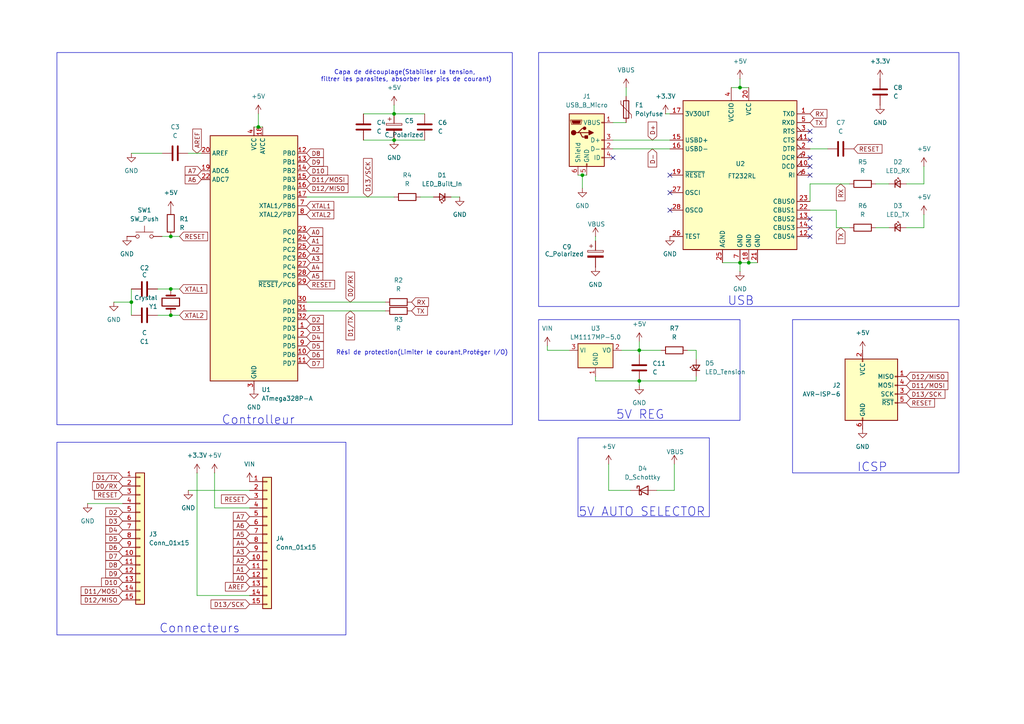
<source format=kicad_sch>
(kicad_sch (version 20231120) (generator "eeschema") (generator_version "8.0")
  (paper "A4")
  (lib_symbols
    (symbol "Connector:AVR-ISP-6" (pin_names (offset 1.016))
      (property "Reference" "J" (at -6.35 11.43 0))
      (property "Value" "AVR-ISP-6" (at 0 11.43 0))
      (symbol "AVR-ISP-6_0_1"
        (rectangle (start -2.667 -6.858) (end -2.413 -7.62))
        (rectangle (start -2.667 10.16) (end -2.413 9.398))
        (rectangle (start 7.62 -2.413) (end 6.858 -2.667))
        (rectangle (start 7.62 0.127) (end 6.858 -0.127))
        (rectangle (start 7.62 2.667) (end 6.858 2.413))
        (rectangle (start 7.62 5.207) (end 6.858 4.953))
        (rectangle (start 7.62 10.16) (end -7.62 -7.62) (stroke (width 0.254)) (fill (type background)))
      )
      (symbol "AVR-ISP-6_1_1"
        (pin passive line (at 10.16 5.08 180) (length 2.54) (name "MISO") (number "1"))
        (pin passive line (at -2.54 12.7 270) (length 2.54) (name "VCC") (number "2"))
        (pin passive line (at 10.16 0 180) (length 2.54) (name "SCK") (number "3"))
        (pin passive line (at 10.16 2.54 180) (length 2.54) (name "MOSI") (number "4"))
        (pin passive line (at 10.16 -2.54 180) (length 2.54) (name "~{RST}") (number "5"))
        (pin passive line (at -2.54 -10.16 90) (length 2.54) (name "GND") (number "6"))
      )
    )
    (symbol "Connector:USB_B_Micro" (pin_names (offset 1.016))
      (property "Reference" "J" (at -5.08 11.43 0))
      (property "Value" "USB_B_Micro" (at -5.08 8.89 0))
      (symbol "USB_B_Micro_0_1"
        (rectangle (start -5.08 -7.62) (end 5.08 7.62) (stroke (width 0.254)) (fill (type background)))
        (circle (center -3.81 2.159) (radius 0.635) (stroke (width 0.254)) (fill (type outline)))
        (circle (center -0.635 3.429) (radius 0.381) (stroke (width 0.254)) (fill (type outline)))
        (rectangle (start -0.127 -7.62) (end 0.127 -6.858))
        (polyline (pts (xy -1.905 2.159) (xy 0.635 2.159)) (stroke (width 0.254)))
        (polyline (pts (xy -3.175 2.159) (xy -2.54 2.159) (xy -1.27 3.429) (xy -0.635 3.429)) (stroke (width 0.254)))
        (polyline (pts (xy -2.54 2.159) (xy -1.905 2.159) (xy -1.27 0.889) (xy 0 0.889)) (stroke (width 0.254)))
        (polyline (pts (xy 0.635 2.794) (xy 0.635 1.524) (xy 1.905 2.159) (xy 0.635 2.794)) (stroke (width 0.254)) (fill (type outline)))
        (polyline (pts (xy -4.318 5.588) (xy -1.778 5.588) (xy -2.032 4.826) (xy -4.064 4.826) (xy -4.318 5.588)) (fill (type outline)))
        (polyline (pts (xy -4.699 5.842) (xy -4.699 5.588) (xy -4.445 4.826) (xy -4.445 4.572) (xy -1.651 4.572) (xy -1.651 4.826) (xy -1.397 5.588) (xy -1.397 5.842) (xy -4.699 5.842)))
        (rectangle (start 0.254 1.27) (end -0.508 0.508) (stroke (width 0.254)) (fill (type outline)))
        (rectangle (start 5.08 -5.207) (end 4.318 -4.953))
        (rectangle (start 5.08 -2.667) (end 4.318 -2.413))
        (rectangle (start 5.08 -0.127) (end 4.318 0.127))
        (rectangle (start 5.08 4.953) (end 4.318 5.207))
      )
      (symbol "USB_B_Micro_1_1"
        (pin power_out line (at 7.62 5.08 180) (length 2.54) (name "VBUS") (number "1"))
        (pin bidirectional line (at 7.62 -2.54 180) (length 2.54) (name "D-") (number "2"))
        (pin bidirectional line (at 7.62 0 180) (length 2.54) (name "D+") (number "3"))
        (pin passive line (at 7.62 -5.08 180) (length 2.54) (name "ID") (number "4"))
        (pin power_out line (at 0 -10.16 90) (length 2.54) (name "GND") (number "5"))
        (pin passive line (at -2.54 -10.16 90) (length 2.54) (name "Shield") (number "6"))
      )
    )
    (symbol "Connector_Generic:Conn_01x15" (pin_names (offset 1.016) hide)
      (property "Reference" "J" (at 0 20.32 0))
      (property "Value" "Conn_01x15" (at 0 -20.32 0))
      (symbol "Conn_01x15_1_1"
        (rectangle (start -1.27 -17.653) (end 0 -17.907) (stroke (width 0.1524)))
        (rectangle (start -1.27 -15.113) (end 0 -15.367) (stroke (width 0.1524)))
        (rectangle (start -1.27 -12.573) (end 0 -12.827) (stroke (width 0.1524)))
        (rectangle (start -1.27 -10.033) (end 0 -10.287) (stroke (width 0.1524)))
        (rectangle (start -1.27 -7.493) (end 0 -7.747) (stroke (width 0.1524)))
        (rectangle (start -1.27 -4.953) (end 0 -5.207) (stroke (width 0.1524)))
        (rectangle (start -1.27 -2.413) (end 0 -2.667) (stroke (width 0.1524)))
        (rectangle (start -1.27 0.127) (end 0 -0.127) (stroke (width 0.1524)))
        (rectangle (start -1.27 2.667) (end 0 2.413) (stroke (width 0.1524)))
        (rectangle (start -1.27 5.207) (end 0 4.953) (stroke (width 0.1524)))
        (rectangle (start -1.27 7.747) (end 0 7.493) (stroke (width 0.1524)))
        (rectangle (start -1.27 10.287) (end 0 10.033) (stroke (width 0.1524)))
        (rectangle (start -1.27 12.827) (end 0 12.573) (stroke (width 0.1524)))
        (rectangle (start -1.27 15.367) (end 0 15.113) (stroke (width 0.1524)))
        (rectangle (start -1.27 17.907) (end 0 17.653) (stroke (width 0.1524)))
        (rectangle (start -1.27 19.05) (end 1.27 -19.05) (stroke (width 0.254)) (fill (type background)))
        (pin passive line (at -5.08 17.78 0) (length 3.81) (name "Pin_1") (number "1"))
        (pin passive line (at -5.08 -5.08 0) (length 3.81) (name "Pin_10") (number "10"))
        (pin passive line (at -5.08 -7.62 0) (length 3.81) (name "Pin_11") (number "11"))
        (pin passive line (at -5.08 -10.16 0) (length 3.81) (name "Pin_12") (number "12"))
        (pin passive line (at -5.08 -12.7 0) (length 3.81) (name "Pin_13") (number "13"))
        (pin passive line (at -5.08 -15.24 0) (length 3.81) (name "Pin_14") (number "14"))
        (pin passive line (at -5.08 -17.78 0) (length 3.81) (name "Pin_15") (number "15"))
        (pin passive line (at -5.08 15.24 0) (length 3.81) (name "Pin_2") (number "2"))
        (pin passive line (at -5.08 12.7 0) (length 3.81) (name "Pin_3") (number "3"))
        (pin passive line (at -5.08 10.16 0) (length 3.81) (name "Pin_4") (number "4"))
        (pin passive line (at -5.08 7.62 0) (length 3.81) (name "Pin_5") (number "5"))
        (pin passive line (at -5.08 5.08 0) (length 3.81) (name "Pin_6") (number "6"))
        (pin passive line (at -5.08 2.54 0) (length 3.81) (name "Pin_7") (number "7"))
        (pin passive line (at -5.08 0 0) (length 3.81) (name "Pin_8") (number "8"))
        (pin passive line (at -5.08 -2.54 0) (length 3.81) (name "Pin_9") (number "9"))
      )
    )
    (symbol "Device:C" (pin_numbers hide) (pin_names (offset 0.254))
      (property "Reference" "C" (at 0.635 2.54 0))
      (property "Value" "C" (at 0.635 -2.54 0))
      (symbol "C_0_1"
        (polyline (pts (xy -2.032 -0.762) (xy 2.032 -0.762)) (stroke (width 0.508)))
        (polyline (pts (xy -2.032 0.762) (xy 2.032 0.762)) (stroke (width 0.508)))
      )
      (symbol "C_1_1"
        (pin passive line (at 0 3.81 270) (length 2.794) (name "~") (number "1"))
        (pin passive line (at 0 -3.81 90) (length 2.794) (name "~") (number "2"))
      )
    )
    (symbol "Device:C_Polarized" (pin_numbers hide) (pin_names (offset 0.254))
      (property "Reference" "C" (at 0.635 2.54 0))
      (property "Value" "C_Polarized" (at 0.635 -2.54 0))
      (symbol "C_Polarized_0_1"
        (rectangle (start -2.286 0.508) (end 2.286 1.016))
        (polyline (pts (xy -1.778 2.286) (xy -0.762 2.286)))
        (polyline (pts (xy -1.27 2.794) (xy -1.27 1.778)))
        (rectangle (start 2.286 -0.508) (end -2.286 -1.016) (fill (type outline)))
      )
      (symbol "C_Polarized_1_1"
        (pin passive line (at 0 3.81 270) (length 2.794) (name "~") (number "1"))
        (pin passive line (at 0 -3.81 90) (length 2.794) (name "~") (number "2"))
      )
    )
    (symbol "Device:Crystal" (pin_numbers hide) (pin_names (offset 1.016) hide)
      (property "Reference" "Y" (at 0 3.81 0))
      (property "Value" "Crystal" (at 0 -3.81 0))
      (symbol "Crystal_0_1"
        (rectangle (start -1.143 2.54) (end 1.143 -2.54) (stroke (width 0.3048)))
        (polyline (pts (xy -2.54 0) (xy -1.905 0)))
        (polyline (pts (xy -1.905 -1.27) (xy -1.905 1.27)) (stroke (width 0.508)))
        (polyline (pts (xy 1.905 -1.27) (xy 1.905 1.27)) (stroke (width 0.508)))
        (polyline (pts (xy 2.54 0) (xy 1.905 0)))
      )
      (symbol "Crystal_1_1"
        (pin passive line (at -3.81 0 0) (length 1.27) (name "1") (number "1"))
        (pin passive line (at 3.81 0 180) (length 1.27) (name "2") (number "2"))
      )
    )
    (symbol "Device:D_Schottky" (pin_numbers hide) (pin_names (offset 1.016) hide)
      (property "Reference" "D" (at 0 2.54 0))
      (property "Value" "D_Schottky" (at 0 -2.54 0))
      (symbol "D_Schottky_0_1"
        (polyline (pts (xy 1.27 0) (xy -1.27 0)))
        (polyline (pts (xy 1.27 1.27) (xy 1.27 -1.27) (xy -1.27 0) (xy 1.27 1.27)) (stroke (width 0.254)))
        (polyline (pts (xy -1.905 0.635) (xy -1.905 1.27) (xy -1.27 1.27) (xy -1.27 -1.27) (xy -0.635 -1.27) (xy -0.635 -0.635)) (stroke (width 0.254)))
      )
      (symbol "D_Schottky_1_1"
        (pin passive line (at -3.81 0 0) (length 2.54) (name "K") (number "1"))
        (pin passive line (at 3.81 0 180) (length 2.54) (name "A") (number "2"))
      )
    )
    (symbol "Device:LED_Small" (pin_numbers hide) (pin_names (offset 0.254) hide)
      (property "Reference" "D" (at -1.27 3.175 0))
      (property "Value" "LED_Small" (at -4.445 -2.54 0))
      (symbol "LED_Small_0_1"
        (polyline (pts (xy -0.762 -1.016) (xy -0.762 1.016)) (stroke (width 0.254)))
        (polyline (pts (xy 1.016 0) (xy -0.762 0)))
        (polyline (pts (xy 0.762 -1.016) (xy -0.762 0) (xy 0.762 1.016) (xy 0.762 -1.016)) (stroke (width 0.254)))
        (polyline (pts (xy 0 0.762) (xy -0.508 1.27) (xy -0.254 1.27) (xy -0.508 1.27) (xy -0.508 1.016)))
        (polyline (pts (xy 0.508 1.27) (xy 0 1.778) (xy 0.254 1.778) (xy 0 1.778) (xy 0 1.524)))
      )
      (symbol "LED_Small_1_1"
        (pin passive line (at -2.54 0 0) (length 1.778) (name "K") (number "1"))
        (pin passive line (at 2.54 0 180) (length 1.778) (name "A") (number "2"))
      )
    )
    (symbol "Device:Polyfuse" (pin_numbers hide) (pin_names (offset 0))
      (property "Reference" "F" (at -2.54 0 90))
      (property "Value" "Polyfuse" (at 2.54 0 90))
      (symbol "Polyfuse_0_1"
        (rectangle (start -0.762 2.54) (end 0.762 -2.54) (stroke (width 0.254)))
        (polyline (pts (xy 0 2.54) (xy 0 -2.54)))
        (polyline (pts (xy -1.524 2.54) (xy -1.524 1.524) (xy 1.524 -1.524) (xy 1.524 -2.54)))
      )
      (symbol "Polyfuse_1_1"
        (pin passive line (at 0 3.81 270) (length 1.27) (name "~") (number "1"))
        (pin passive line (at 0 -3.81 90) (length 1.27) (name "~") (number "2"))
      )
    )
    (symbol "Device:R" (pin_numbers hide) (pin_names (offset 0))
      (property "Reference" "R" (at 2.032 0 90))
      (property "Value" "R" (at 0 0 90))
      (symbol "R_0_1"
        (rectangle (start -1.016 -2.54) (end 1.016 2.54) (stroke (width 0.254)))
      )
      (symbol "R_1_1"
        (pin passive line (at 0 3.81 270) (length 1.27) (name "~") (number "1"))
        (pin passive line (at 0 -3.81 90) (length 1.27) (name "~") (number "2"))
      )
    )
    (symbol "Interface_USB:FT232RL"
      (property "Reference" "U" (at -16.51 22.86 0))
      (property "Value" "FT232RL" (at 10.16 22.86 0))
      (symbol "FT232RL_0_1"
        (rectangle (start -16.51 21.59) (end 16.51 -21.59) (stroke (width 0.254)) (fill (type background)))
      )
      (symbol "FT232RL_1_1"
        (pin output line (at 20.32 17.78 180) (length 3.81) (name "TXD") (number "1"))
        (pin input input_low (at 20.32 2.54 180) (length 3.81) (name "DCD") (number "10"))
        (pin input input_low (at 20.32 10.16 180) (length 3.81) (name "CTS") (number "11"))
        (pin bidirectional line (at 20.32 -17.78 180) (length 3.81) (name "CBUS4") (number "12"))
        (pin bidirectional line (at 20.32 -12.7 180) (length 3.81) (name "CBUS2") (number "13"))
        (pin bidirectional line (at 20.32 -15.24 180) (length 3.81) (name "CBUS3") (number "14"))
        (pin bidirectional line (at -20.32 10.16 0) (length 3.81) (name "USBD+") (number "15"))
        (pin bidirectional line (at -20.32 7.62 0) (length 3.81) (name "USBD-") (number "16"))
        (pin power_out line (at -20.32 17.78 0) (length 3.81) (name "3V3OUT") (number "17"))
        (pin power_in line (at 2.54 -25.4 90) (length 3.81) (name "GND") (number "18"))
        (pin input line (at -20.32 0 0) (length 3.81) (name "~{RESET}") (number "19"))
        (pin output output_low (at 20.32 7.62 180) (length 3.81) (name "DTR") (number "2"))
        (pin power_in line (at 2.54 25.4 270) (length 3.81) (name "VCC") (number "20"))
        (pin power_in line (at 5.08 -25.4 90) (length 3.81) (name "GND") (number "21"))
        (pin bidirectional line (at 20.32 -10.16 180) (length 3.81) (name "CBUS1") (number "22"))
        (pin bidirectional line (at 20.32 -7.62 180) (length 3.81) (name "CBUS0") (number "23"))
        (pin power_in line (at -5.08 -25.4 90) (length 3.81) (name "AGND") (number "25"))
        (pin input line (at -20.32 -17.78 0) (length 3.81) (name "TEST") (number "26"))
        (pin input line (at -20.32 -5.08 0) (length 3.81) (name "OSCI") (number "27"))
        (pin output line (at -20.32 -10.16 0) (length 3.81) (name "OSCO") (number "28"))
        (pin output output_low (at 20.32 12.7 180) (length 3.81) (name "RTS") (number "3"))
        (pin power_in line (at -2.54 25.4 270) (length 3.81) (name "VCCIO") (number "4"))
        (pin input line (at 20.32 15.24 180) (length 3.81) (name "RXD") (number "5"))
        (pin input input_low (at 20.32 0 180) (length 3.81) (name "RI") (number "6"))
        (pin power_in line (at 0 -25.4 90) (length 3.81) (name "GND") (number "7"))
        (pin input input_low (at 20.32 5.08 180) (length 3.81) (name "DCR") (number "9"))
      )
    )
    (symbol "MCU_Microchip_ATmega:ATmega328P-A"
      (property "Reference" "U" (at -12.7 36.83 0))
      (property "Value" "ATmega328P-A" (at 2.54 -36.83 0))
      (symbol "ATmega328P-A_0_1"
        (rectangle (start -12.7 -35.56) (end 12.7 35.56) (stroke (width 0.254)) (fill (type background)))
      )
      (symbol "ATmega328P-A_1_1"
        (pin bidirectional line (at 15.24 -20.32 180) (length 2.54) (name "PD3") (number "1"))
        (pin bidirectional line (at 15.24 -27.94 180) (length 2.54) (name "PD6") (number "10"))
        (pin bidirectional line (at 15.24 -30.48 180) (length 2.54) (name "PD7") (number "11"))
        (pin bidirectional line (at 15.24 30.48 180) (length 2.54) (name "PB0") (number "12"))
        (pin bidirectional line (at 15.24 27.94 180) (length 2.54) (name "PB1") (number "13"))
        (pin bidirectional line (at 15.24 25.4 180) (length 2.54) (name "PB2") (number "14"))
        (pin bidirectional line (at 15.24 22.86 180) (length 2.54) (name "PB3") (number "15"))
        (pin bidirectional line (at 15.24 20.32 180) (length 2.54) (name "PB4") (number "16"))
        (pin bidirectional line (at 15.24 17.78 180) (length 2.54) (name "PB5") (number "17"))
        (pin power_in line (at 2.54 38.1 270) (length 2.54) (name "AVCC") (number "18"))
        (pin input line (at -15.24 25.4 0) (length 2.54) (name "ADC6") (number "19"))
        (pin bidirectional line (at 15.24 -22.86 180) (length 2.54) (name "PD4") (number "2"))
        (pin passive line (at -15.24 30.48 0) (length 2.54) (name "AREF") (number "20"))
        (pin passive line (at 0 -38.1 90) (length 2.54) hide (name "GND") (number "21"))
        (pin input line (at -15.24 22.86 0) (length 2.54) (name "ADC7") (number "22"))
        (pin bidirectional line (at 15.24 7.62 180) (length 2.54) (name "PC0") (number "23"))
        (pin bidirectional line (at 15.24 5.08 180) (length 2.54) (name "PC1") (number "24"))
        (pin bidirectional line (at 15.24 2.54 180) (length 2.54) (name "PC2") (number "25"))
        (pin bidirectional line (at 15.24 0 180) (length 2.54) (name "PC3") (number "26"))
        (pin bidirectional line (at 15.24 -2.54 180) (length 2.54) (name "PC4") (number "27"))
        (pin bidirectional line (at 15.24 -5.08 180) (length 2.54) (name "PC5") (number "28"))
        (pin bidirectional line (at 15.24 -7.62 180) (length 2.54) (name "~{RESET}/PC6") (number "29"))
        (pin power_in line (at 0 -38.1 90) (length 2.54) (name "GND") (number "3"))
        (pin bidirectional line (at 15.24 -12.7 180) (length 2.54) (name "PD0") (number "30"))
        (pin bidirectional line (at 15.24 -15.24 180) (length 2.54) (name "PD1") (number "31"))
        (pin bidirectional line (at 15.24 -17.78 180) (length 2.54) (name "PD2") (number "32"))
        (pin power_in line (at 0 38.1 270) (length 2.54) (name "VCC") (number "4"))
        (pin passive line (at 0 -38.1 90) (length 2.54) hide (name "GND") (number "5"))
        (pin passive line (at 0 38.1 270) (length 2.54) hide (name "VCC") (number "6"))
        (pin bidirectional line (at 15.24 15.24 180) (length 2.54) (name "XTAL1/PB6") (number "7"))
        (pin bidirectional line (at 15.24 12.7 180) (length 2.54) (name "XTAL2/PB7") (number "8"))
        (pin bidirectional line (at 15.24 -25.4 180) (length 2.54) (name "PD5") (number "9"))
      )
    )
    (symbol "Regulator_Linear:LM1117MP-5.0"
      (property "Reference" "U" (at -3.81 3.175 0))
      (property "Value" "LM1117MP-5.0" (at 0 3.175 0))
      (symbol "LM1117MP-5.0_0_1"
        (rectangle (start -5.08 -5.08) (end 5.08 1.905) (stroke (width 0.254)) (fill (type background)))
      )
      (symbol "LM1117MP-5.0_1_1"
        (pin power_in line (at 0 -7.62 90) (length 2.54) (name "GND") (number "1"))
        (pin power_out line (at 7.62 0 180) (length 2.54) (name "VO") (number "2"))
        (pin power_in line (at -7.62 0 0) (length 2.54) (name "VI") (number "3"))
      )
    )
    (symbol "Switch:SW_Push" (pin_numbers hide) (pin_names (offset 1.016) hide)
      (property "Reference" "SW" (at 1.27 2.54 0))
      (property "Value" "SW_Push" (at 0 -1.524 0))
      (symbol "SW_Push_0_1"
        (circle (center -2.032 0) (radius 0.508))
        (polyline (pts (xy 0 1.27) (xy 0 3.048)))
        (polyline (pts (xy 2.54 1.27) (xy -2.54 1.27)))
        (circle (center 2.032 0) (radius 0.508))
        (pin passive line (at -5.08 0 0) (length 2.54) (name "1") (number "1"))
        (pin passive line (at 5.08 0 180) (length 2.54) (name "2") (number "2"))
      )
    )
    (symbol "power:+3.3V" (power) (pin_numbers hide) (pin_names (offset 0) hide)
      (property "Value" "+3.3V" (at 0 3.556 0))
      (symbol "+3.3V_0_1"
        (polyline (pts (xy -0.762 1.27) (xy 0 2.54)))
        (polyline (pts (xy 0 0) (xy 0 2.54)))
        (polyline (pts (xy 0 2.54) (xy 0.762 1.27)))
      )
      (symbol "+3.3V_1_1"
        (pin power_in line (at 0 0 90) (length 0) (name "~") (number "1"))
      )
    )
    (symbol "power:+5V" (power) (pin_numbers hide) (pin_names (offset 0) hide)
      (property "Value" "+5V" (at 0 3.556 0))
      (symbol "+5V_0_1"
        (polyline (pts (xy -0.762 1.27) (xy 0 2.54)))
        (polyline (pts (xy 0 0) (xy 0 2.54)))
        (polyline (pts (xy 0 2.54) (xy 0.762 1.27)))
      )
      (symbol "+5V_1_1"
        (pin power_in line (at 0 0 90) (length 0) (name "~") (number "1"))
      )
    )
    (symbol "power:GND" (power) (pin_numbers hide) (pin_names (offset 0) hide)
      (property "Value" "GND" (at 0 -3.81 0))
      (symbol "GND_0_1"
        (polyline (pts (xy 0 0) (xy 0 -1.27) (xy 1.27 -1.27) (xy 0 -2.54) (xy -1.27 -1.27) (xy 0 -1.27)))
      )
      (symbol "GND_1_1"
        (pin power_in line (at 0 0 270) (length 0) (name "~") (number "1"))
      )
    )
    (symbol "power:VBUS" (power) (pin_numbers hide) (pin_names (offset 0) hide)
      (property "Value" "VBUS" (at 0 3.556 0))
      (symbol "VBUS_0_1"
        (polyline (pts (xy -0.762 1.27) (xy 0 2.54)))
        (polyline (pts (xy 0 0) (xy 0 2.54)))
        (polyline (pts (xy 0 2.54) (xy 0.762 1.27)))
      )
      (symbol "VBUS_1_1"
        (pin power_in line (at 0 0 90) (length 0) (name "~") (number "1"))
      )
    )
  )
  (junction (at 38.1 87.63))
  (junction (at 185.42 110.49))
  (junction (at 214.63 76.2))
  (junction (at 214.63 25.4))
  (junction (at 114.3 33.02))
  (junction (at 217.17 76.2))
  (junction (at 49.53 91.44))
  (junction (at 185.42 101.6))
  (junction (at 168.91 50.8))
  (junction (at 114.3 40.64))
  (junction (at 74.93 36.83))
  (junction (at 49.53 83.82))
  (junction (at 49.53 68.58))
  (no_connect (at 234.95 50.8))
  (no_connect (at 234.95 68.58))
  (no_connect (at 194.31 50.8))
  (no_connect (at 177.8 45.72))
  (no_connect (at 194.31 55.88))
  (no_connect (at 234.95 63.5))
  (no_connect (at 234.95 45.72))
  (no_connect (at 194.31 60.96))
  (no_connect (at 234.95 38.1))
  (no_connect (at 234.95 40.64))
  (no_connect (at 234.95 66.04))
  (no_connect (at 234.95 48.26))
  (wire (pts (xy 114.3 40.64) (xy 123.19 40.64)))
  (wire (pts (xy 254 53.34) (xy 257.81 53.34)))
  (wire (pts (xy 267.97 48.26) (xy 267.97 53.34)))
  (wire (pts (xy 114.3 33.02) (xy 123.19 33.02)))
  (wire (pts (xy 242.57 66.04) (xy 242.57 60.96)))
  (wire (pts (xy 165.1 101.6) (xy 158.75 101.6)))
  (wire (pts (xy 242.57 66.04) (xy 246.38 66.04)))
  (wire (pts (xy 199.39 101.6) (xy 201.93 101.6)))
  (wire (pts (xy 168.91 50.8) (xy 168.91 54.61)))
  (wire (pts (xy 234.95 43.18) (xy 240.03 43.18)))
  (wire (pts (xy 214.63 76.2) (xy 214.63 78.74)))
  (wire (pts (xy 130.81 57.15) (xy 133.35 57.15)))
  (wire (pts (xy 185.42 102.87) (xy 185.42 101.6)))
  (wire (pts (xy 180.34 101.6) (xy 185.42 101.6)))
  (wire (pts (xy 73.66 36.83) (xy 74.93 36.83)))
  (wire (pts (xy 234.95 53.34) (xy 246.38 53.34)))
  (wire (pts (xy 209.55 76.2) (xy 214.63 76.2)))
  (wire (pts (xy 242.57 60.96) (xy 234.95 60.96)))
  (wire (pts (xy 49.53 83.82) (xy 52.07 83.82)))
  (wire (pts (xy 193.04 33.02) (xy 194.31 33.02)))
  (wire (pts (xy 176.53 134.62) (xy 176.53 142.24)))
  (wire (pts (xy 88.9 57.15) (xy 114.3 57.15)))
  (wire (pts (xy 167.64 50.8) (xy 168.91 50.8)))
  (wire (pts (xy 177.8 43.18) (xy 194.31 43.18)))
  (wire (pts (xy 168.91 50.8) (xy 170.18 50.8)))
  (wire (pts (xy 38.1 87.63) (xy 38.1 83.82)))
  (wire (pts (xy 172.72 110.49) (xy 185.42 110.49)))
  (wire (pts (xy 45.72 83.82) (xy 49.53 83.82)))
  (wire (pts (xy 121.92 57.15) (xy 125.73 57.15)))
  (wire (pts (xy 88.9 90.17) (xy 111.76 90.17)))
  (wire (pts (xy 57.15 172.72) (xy 72.39 172.72)))
  (wire (pts (xy 45.72 91.44) (xy 49.53 91.44)))
  (wire (pts (xy 201.93 109.22) (xy 201.93 110.49)))
  (wire (pts (xy 185.42 111.76) (xy 185.42 110.49)))
  (wire (pts (xy 217.17 76.2) (xy 219.71 76.2)))
  (wire (pts (xy 54.61 44.45) (xy 58.42 44.45)))
  (wire (pts (xy 38.1 91.44) (xy 38.1 87.63)))
  (wire (pts (xy 49.53 68.58) (xy 46.99 68.58)))
  (wire (pts (xy 234.95 53.34) (xy 234.95 58.42)))
  (wire (pts (xy 74.93 33.02) (xy 74.93 36.83)))
  (wire (pts (xy 74.93 36.83) (xy 76.2 36.83)))
  (wire (pts (xy 254 66.04) (xy 257.81 66.04)))
  (wire (pts (xy 177.8 40.64) (xy 194.31 40.64)))
  (wire (pts (xy 105.41 33.02) (xy 114.3 33.02)))
  (wire (pts (xy 214.63 76.2) (xy 217.17 76.2)))
  (wire (pts (xy 185.42 101.6) (xy 191.77 101.6)))
  (wire (pts (xy 214.63 25.4) (xy 217.17 25.4)))
  (wire (pts (xy 212.09 25.4) (xy 214.63 25.4)))
  (wire (pts (xy 262.89 66.04) (xy 267.97 66.04)))
  (wire (pts (xy 62.23 137.16) (xy 62.23 147.32)))
  (wire (pts (xy 176.53 142.24) (xy 182.88 142.24)))
  (wire (pts (xy 190.5 142.24) (xy 195.58 142.24)))
  (wire (pts (xy 105.41 40.64) (xy 114.3 40.64)))
  (wire (pts (xy 185.42 110.49) (xy 201.93 110.49)))
  (wire (pts (xy 177.8 35.56) (xy 181.61 35.56)))
  (wire (pts (xy 172.72 109.22) (xy 172.72 110.49)))
  (wire (pts (xy 201.93 101.6) (xy 201.93 104.14)))
  (wire (pts (xy 38.1 87.63) (xy 33.02 87.63)))
  (wire (pts (xy 88.9 87.63) (xy 111.76 87.63)))
  (wire (pts (xy 25.4 146.05) (xy 35.56 146.05)))
  (wire (pts (xy 267.97 62.23) (xy 267.97 66.04)))
  (wire (pts (xy 214.63 22.86) (xy 214.63 25.4)))
  (wire (pts (xy 114.3 30.48) (xy 114.3 33.02)))
  (wire (pts (xy 158.75 101.6) (xy 158.75 100.33)))
  (wire (pts (xy 172.72 68.58) (xy 172.72 69.85)))
  (wire (pts (xy 262.89 53.34) (xy 267.97 53.34)))
  (wire (pts (xy 54.61 142.24) (xy 72.39 142.24)))
  (wire (pts (xy 52.07 68.58) (xy 49.53 68.58)))
  (wire (pts (xy 195.58 142.24) (xy 195.58 134.62)))
  (wire (pts (xy 185.42 101.6) (xy 185.42 99.06)))
  (wire (pts (xy 181.61 25.4) (xy 181.61 27.94)))
  (wire (pts (xy 62.23 147.32) (xy 72.39 147.32)))
  (wire (pts (xy 49.53 91.44) (xy 52.07 91.44)))
  (wire (pts (xy 38.1 44.45) (xy 46.99 44.45)))
  (wire (pts (xy 57.15 137.16) (xy 57.15 172.72)))
  (rectangle (start 167.64 127) (end 205.74 149.86))
  (rectangle (start 156.21 15.24) (end 278.13 88.9))
  (rectangle (start 16.51 15.24) (end 148.59 123.19))
  (rectangle (start 229.87 92.71) (end 278.13 137.16))
  (rectangle (start 156.21 92.71) (end 214.63 121.92))
  (rectangle (start 16.51 128.27) (end 100.33 184.15))
  (text "Capa de découplage(Stabiliser la tension, \nfiltrer les parasites, absorber les pics de courant)" (at 117.856 22.098 0) (effects (font (size 1.27 1.27))))
  (text "ICSP" (at 252.984 135.636 0) (effects (font (size 2.54 2.54))))
  (text "5V AUTO SELECTOR" (at 186.182 148.59 0) (effects (font (size 2.54 2.54))))
  (text "Connecteurs" (at 57.912 182.372 0) (effects (font (size 2.54 2.54))))
  (text "Rési de protection(Limiter le courant,Protéger I/O)" (at 122.428 102.362 0) (effects (font (size 1.27 1.27))))
  (text "5V REG" (at 185.674 120.396 0) (effects (font (size 2.54 2.54))))
  (text "Controlleur" (at 74.93 121.92 0) (effects (font (size 2.54 2.54))))
  (text "USB" (at 214.884 87.376 0) (effects (font (size 2.54 2.54))))
  (global_label "D4" (shape input) (at 35.56 153.67 180) (property "Intersheetrefs" "${INTERSHEET_REFS}" (effects (hide yes))))
  (global_label "D7" (shape input) (at 88.9 105.41 0) (property "Intersheetrefs" "${INTERSHEET_REFS}" (effects (hide yes))))
  (global_label "TX" (shape input) (at 243.84 66.04 270) (property "Intersheetrefs" "${INTERSHEET_REFS}" (effects (hide yes))))
  (global_label "RESET" (shape input) (at 72.39 144.78 180) (property "Intersheetrefs" "${INTERSHEET_REFS}" (effects (hide yes))))
  (global_label "AREF" (shape input) (at 57.15 44.45 90) (property "Intersheetrefs" "${INTERSHEET_REFS}" (effects (hide yes))))
  (global_label "A7" (shape input) (at 58.42 49.53 180) (property "Intersheetrefs" "${INTERSHEET_REFS}" (effects (hide yes))))
  (global_label "D10" (shape input) (at 35.56 168.91 180) (property "Intersheetrefs" "${INTERSHEET_REFS}" (effects (hide yes))))
  (global_label "XTAL1" (shape input) (at 88.9 59.69 0) (property "Intersheetrefs" "${INTERSHEET_REFS}" (effects (hide yes))))
  (global_label "RESET" (shape input) (at 262.89 116.84 0) (property "Intersheetrefs" "${INTERSHEET_REFS}" (effects (hide yes))))
  (global_label "D5" (shape input) (at 88.9 100.33 0) (property "Intersheetrefs" "${INTERSHEET_REFS}" (effects (hide yes))))
  (global_label "A7" (shape input) (at 72.39 149.86 180) (property "Intersheetrefs" "${INTERSHEET_REFS}" (effects (hide yes))))
  (global_label "D11{slash}MOSI" (shape input) (at 262.89 111.76 0) (property "Intersheetrefs" "${INTERSHEET_REFS}" (effects (hide yes))))
  (global_label "D10" (shape input) (at 88.9 49.53 0) (property "Intersheetrefs" "${INTERSHEET_REFS}" (effects (hide yes))))
  (global_label "D2" (shape input) (at 35.56 148.59 180) (property "Intersheetrefs" "${INTERSHEET_REFS}" (effects (hide yes))))
  (global_label "A4" (shape input) (at 72.39 157.48 180) (property "Intersheetrefs" "${INTERSHEET_REFS}" (effects (hide yes))))
  (global_label "D8" (shape input) (at 88.9 44.45 0) (property "Intersheetrefs" "${INTERSHEET_REFS}" (effects (hide yes))))
  (global_label "A6" (shape input) (at 72.39 152.4 180) (property "Intersheetrefs" "${INTERSHEET_REFS}" (effects (hide yes))))
  (global_label "RX" (shape input) (at 243.84 53.34 270) (property "Intersheetrefs" "${INTERSHEET_REFS}" (effects (hide yes))))
  (global_label "XTAL2" (shape input) (at 52.07 91.44 0) (property "Intersheetrefs" "${INTERSHEET_REFS}" (effects (hide yes))))
  (global_label "D4" (shape input) (at 88.9 97.79 0) (property "Intersheetrefs" "${INTERSHEET_REFS}" (effects (hide yes))))
  (global_label "D+" (shape input) (at 189.23 40.64 90) (property "Intersheetrefs" "${INTERSHEET_REFS}" (effects (hide yes))))
  (global_label "A0" (shape input) (at 88.9 67.31 0) (property "Intersheetrefs" "${INTERSHEET_REFS}" (effects (hide yes))))
  (global_label "D11{slash}MOSI" (shape input) (at 88.9 52.07 0) (property "Intersheetrefs" "${INTERSHEET_REFS}" (effects (hide yes))))
  (global_label "D9" (shape input) (at 88.9 46.99 0) (property "Intersheetrefs" "${INTERSHEET_REFS}" (effects (hide yes))))
  (global_label "XTAL2" (shape input) (at 88.9 62.23 0) (property "Intersheetrefs" "${INTERSHEET_REFS}" (effects (hide yes))))
  (global_label "RESET" (shape input) (at 88.9 82.55 0) (property "Intersheetrefs" "${INTERSHEET_REFS}" (effects (hide yes))))
  (global_label "A3" (shape input) (at 72.39 160.02 180) (property "Intersheetrefs" "${INTERSHEET_REFS}" (effects (hide yes))))
  (global_label "RESET" (shape input) (at 35.56 143.51 180) (property "Intersheetrefs" "${INTERSHEET_REFS}" (effects (hide yes))))
  (global_label "D5" (shape input) (at 35.56 156.21 180) (property "Intersheetrefs" "${INTERSHEET_REFS}" (effects (hide yes))))
  (global_label "D1{slash}TX" (shape input) (at 35.56 138.43 180) (property "Intersheetrefs" "${INTERSHEET_REFS}" (effects (hide yes))))
  (global_label "D13{slash}SCK" (shape input) (at 106.68 57.15 90) (property "Intersheetrefs" "${INTERSHEET_REFS}" (effects (hide yes))))
  (global_label "TX" (shape input) (at 234.95 35.56 0) (property "Intersheetrefs" "${INTERSHEET_REFS}" (effects (hide yes))))
  (global_label "A1" (shape input) (at 88.9 69.85 0) (property "Intersheetrefs" "${INTERSHEET_REFS}" (effects (hide yes))))
  (global_label "A0" (shape input) (at 72.39 167.64 180) (property "Intersheetrefs" "${INTERSHEET_REFS}" (effects (hide yes))))
  (global_label "D12{slash}MISO" (shape input) (at 35.56 173.99 180) (property "Intersheetrefs" "${INTERSHEET_REFS}" (effects (hide yes))))
  (global_label "A5" (shape input) (at 72.39 154.94 180) (property "Intersheetrefs" "${INTERSHEET_REFS}" (effects (hide yes))))
  (global_label "D12{slash}MISO" (shape input) (at 262.89 109.22 0) (property "Intersheetrefs" "${INTERSHEET_REFS}" (effects (hide yes))))
  (global_label "D12{slash}MISO" (shape input) (at 88.9 54.61 0) (property "Intersheetrefs" "${INTERSHEET_REFS}" (effects (hide yes))))
  (global_label "A1" (shape input) (at 72.39 165.1 180) (property "Intersheetrefs" "${INTERSHEET_REFS}" (effects (hide yes))))
  (global_label "AREF" (shape input) (at 72.39 170.18 180) (property "Intersheetrefs" "${INTERSHEET_REFS}" (effects (hide yes))))
  (global_label "D13{slash}SCK" (shape input) (at 262.89 114.3 0) (property "Intersheetrefs" "${INTERSHEET_REFS}" (effects (hide yes))))
  (global_label "D0{slash}RX" (shape input) (at 101.6 87.63 90) (property "Intersheetrefs" "${INTERSHEET_REFS}" (effects (hide yes))))
  (global_label "RX" (shape input) (at 234.95 33.02 0) (property "Intersheetrefs" "${INTERSHEET_REFS}" (effects (hide yes))))
  (global_label "D13{slash}SCK" (shape input) (at 72.39 175.26 180) (property "Intersheetrefs" "${INTERSHEET_REFS}" (effects (hide yes))))
  (global_label "D7" (shape input) (at 35.56 161.29 180) (property "Intersheetrefs" "${INTERSHEET_REFS}" (effects (hide yes))))
  (global_label "D8" (shape input) (at 35.56 163.83 180) (property "Intersheetrefs" "${INTERSHEET_REFS}" (effects (hide yes))))
  (global_label "A3" (shape input) (at 88.9 74.93 0) (property "Intersheetrefs" "${INTERSHEET_REFS}" (effects (hide yes))))
  (global_label "D0{slash}RX" (shape input) (at 35.56 140.97 180) (property "Intersheetrefs" "${INTERSHEET_REFS}" (effects (hide yes))))
  (global_label "D3" (shape input) (at 88.9 95.25 0) (property "Intersheetrefs" "${INTERSHEET_REFS}" (effects (hide yes))))
  (global_label "RESET" (shape input) (at 247.65 43.18 0) (property "Intersheetrefs" "${INTERSHEET_REFS}" (effects (hide yes))))
  (global_label "A4" (shape input) (at 88.9 77.47 0) (property "Intersheetrefs" "${INTERSHEET_REFS}" (effects (hide yes))))
  (global_label "A2" (shape input) (at 72.39 162.56 180) (property "Intersheetrefs" "${INTERSHEET_REFS}" (effects (hide yes))))
  (global_label "D-" (shape input) (at 189.23 43.18 270) (property "Intersheetrefs" "${INTERSHEET_REFS}" (effects (hide yes))))
  (global_label "D2" (shape input) (at 88.9 92.71 0) (property "Intersheetrefs" "${INTERSHEET_REFS}" (effects (hide yes))))
  (global_label "A2" (shape input) (at 88.9 72.39 0) (property "Intersheetrefs" "${INTERSHEET_REFS}" (effects (hide yes))))
  (global_label "D9" (shape input) (at 35.56 166.37 180) (property "Intersheetrefs" "${INTERSHEET_REFS}" (effects (hide yes))))
  (global_label "RX" (shape input) (at 119.38 87.63 0) (property "Intersheetrefs" "${INTERSHEET_REFS}" (effects (hide yes))))
  (global_label "D6" (shape input) (at 35.56 158.75 180) (property "Intersheetrefs" "${INTERSHEET_REFS}" (effects (hide yes))))
  (global_label "TX" (shape input) (at 119.38 90.17 0) (property "Intersheetrefs" "${INTERSHEET_REFS}" (effects (hide yes))))
  (global_label "D11{slash}MOSI" (shape input) (at 35.56 171.45 180) (property "Intersheetrefs" "${INTERSHEET_REFS}" (effects (hide yes))))
  (global_label "D3" (shape input) (at 35.56 151.13 180) (property "Intersheetrefs" "${INTERSHEET_REFS}" (effects (hide yes))))
  (global_label "XTAL1" (shape input) (at 52.07 83.82 0) (property "Intersheetrefs" "${INTERSHEET_REFS}" (effects (hide yes))))
  (global_label "D1{slash}TX" (shape input) (at 101.6 90.17 270) (property "Intersheetrefs" "${INTERSHEET_REFS}" (effects (hide yes))))
  (global_label "A6" (shape input) (at 58.42 52.07 180) (property "Intersheetrefs" "${INTERSHEET_REFS}" (effects (hide yes))))
  (global_label "A5" (shape input) (at 88.9 80.01 0) (property "Intersheetrefs" "${INTERSHEET_REFS}" (effects (hide yes))))
  (global_label "RESET" (shape input) (at 52.07 68.58 0) (property "Intersheetrefs" "${INTERSHEET_REFS}" (effects (hide yes))))
  (global_label "D6" (shape input) (at 88.9 102.87 0) (property "Intersheetrefs" "${INTERSHEET_REFS}" (effects (hide yes))))
  (symbol (lib_id "power:GND") (at 172.72 77.47 0) (unit 1)
    (property "Reference" "#PWR021" (effects (hide yes)))
    (property "Value" "GND" (at 172.72 82.55 0))
    (property "Description" "Power symbol creates a global label with name \"GND\" , ground" (effects (hide yes)))
  )
  (symbol (lib_id "power:+5V") (at 49.53 60.96 0) (unit 1)
    (property "Reference" "#PWR05" (effects (hide yes)))
    (property "Value" "+5V" (at 49.53 55.88 0))
    (property "Description" "Power symbol creates a global label with name \"+5V\"" (effects (hide yes)))
  )
  (symbol (lib_id "Connector:USB_B_Micro") (at 170.18 40.64 0) (unit 1)
    (property "Reference" "J1" (at 170.18 27.94 0))
    (property "Value" "USB_B_Micro" (at 170.18 30.48 0))
    (property "Footprint" "Connector_USB:USB_Micro-B_Molex_47346-0001" (effects (hide yes)))
    (property "Description" "USB Micro Type B connector" (effects (hide yes)))
  )
  (symbol (lib_id "Device:R") (at 115.57 90.17 270) (unit 1)
    (property "Reference" "R3" (at 115.57 92.71 90))
    (property "Value" "R" (at 115.57 95.25 90))
    (property "Footprint" "Resistor_SMD:R_0805_2012Metric" (effects (hide yes)))
    (property "Description" "Resistor" (effects (hide yes)))
  )
  (symbol (lib_id "power:GND") (at 36.83 68.58 0) (unit 1)
    (property "Reference" "#PWR06" (effects (hide yes)))
    (property "Value" "GND" (at 36.83 73.66 0))
    (property "Description" "Power symbol creates a global label with name \"GND\" , ground" (effects (hide yes)))
  )
  (symbol (lib_id "power:GND") (at 250.19 124.46 0) (unit 1)
    (property "Reference" "#PWR022" (effects (hide yes)))
    (property "Value" "GND" (at 250.19 129.54 0))
    (property "Description" "Power symbol creates a global label with name \"GND\" , ground" (effects (hide yes)))
  )
  (symbol (lib_id "power:VBUS") (at 181.61 25.4 0) (unit 1)
    (property "Reference" "#PWR019" (effects (hide yes)))
    (property "Value" "VBUS" (at 181.61 20.32 0))
    (property "Description" "Power symbol creates a global label with name \"VBUS\"" (effects (hide yes)))
  )
  (symbol (lib_id "Device:R") (at 49.53 64.77 0) (unit 1)
    (property "Reference" "R1" (at 52.07 63.4999 0) (effects (justify left)))
    (property "Value" "R" (at 52.07 66.0399 0) (effects (justify left)))
    (property "Footprint" "Resistor_SMD:R_0805_2012Metric" (effects (hide yes)))
    (property "Description" "Resistor" (effects (hide yes)))
  )
  (symbol (lib_id "power:+5V") (at 74.93 33.02 0) (unit 1)
    (property "Reference" "#PWR016" (effects (hide yes)))
    (property "Value" "+5V" (at 74.93 27.94 0))
    (property "Description" "Power symbol creates a global label with name \"+5V\"" (effects (hide yes)))
  )
  (symbol (lib_id "power:GND") (at 185.42 111.76 0) (unit 1)
    (property "Reference" "#PWR028" (effects (hide yes)))
    (property "Value" "GND" (at 185.42 116.84 0))
    (property "Description" "Power symbol creates a global label with name \"GND\" , ground" (effects (hide yes)))
  )
  (symbol (lib_id "Device:R") (at 118.11 57.15 90) (unit 1)
    (property "Reference" "R4" (at 118.11 50.8 90))
    (property "Value" "R" (at 118.11 53.34 90))
    (property "Footprint" "Resistor_SMD:R_0805_2012Metric" (effects (hide yes)))
    (property "Description" "Resistor" (effects (hide yes)))
  )
  (symbol (lib_id "Regulator_Linear:LM1117MP-5.0") (at 172.72 101.6 0) (unit 1)
    (property "Reference" "U3" (at 172.72 95.25 0))
    (property "Value" "LM1117MP-5.0" (at 172.72 97.79 0))
    (property "Footprint" "Package_TO_SOT_SMD:SOT-223-3_TabPin2" (effects (hide yes)))
    (property "Datasheet" "http://www.ti.com/lit/ds/symlink/lm1117.pdf" (effects (hide yes)))
    (property "Description" "800mA Low-Dropout Linear Regulator, 5.0V fixed output, SOT-223" (effects (hide yes)))
  )
  (symbol (lib_id "Switch:SW_Push") (at 41.91 68.58 0) (unit 1)
    (property "Reference" "SW1" (at 41.91 60.96 0))
    (property "Value" "SW_Push" (at 41.91 63.5 0))
    (property "Footprint" "Button_Switch_SMD:SW_SPST_EVQPE1" (effects (hide yes)))
    (property "Description" "Push button switch, generic, two pins" (effects (hide yes)))
  )
  (symbol (lib_id "power:+3.3V") (at 255.27 22.86 0) (unit 1)
    (property "Reference" "#PWR017" (effects (hide yes)))
    (property "Value" "+3.3V" (at 255.27 17.78 0))
    (property "Description" "Power symbol creates a global label with name \"+3.3V\"" (effects (hide yes)))
  )
  (symbol (lib_id "power:+5V") (at 62.23 137.16 0) (unit 1)
    (property "Reference" "#PWR032" (effects (hide yes)))
    (property "Value" "+5V" (at 62.23 132.08 0))
    (property "Description" "Power symbol creates a global label with name \"+5V\"" (effects (hide yes)))
  )
  (symbol (lib_id "power:GND") (at 168.91 54.61 0) (unit 1)
    (property "Reference" "#PWR018" (effects (hide yes)))
    (property "Value" "GND" (at 168.91 59.69 0))
    (property "Description" "Power symbol creates a global label with name \"GND\" , ground" (effects (hide yes)))
  )
  (symbol (lib_id "MCU_Microchip_ATmega:ATmega328P-A") (at 73.66 74.93 0) (unit 1)
    (property "Reference" "U1" (at 75.8541 113.03 0) (effects (justify left)))
    (property "Value" "ATmega328P-A" (at 75.8541 115.57 0) (effects (justify left)))
    (property "Footprint" "Package_QFP:TQFP-32_7x7mm_P0.8mm" (effects (hide yes)))
    (property "Datasheet" "http://ww1.microchip.com/downloads/en/DeviceDoc/ATmega328_P%20AVR%20MCU%20with%20picoPower%20Technology%20Data%20Sheet%2040001984A.pdf" (effects (hide yes)))
    (property "Description" "20MHz, 32kB Flash, 2kB SRAM, 1kB EEPROM, TQFP-32" (effects (hide yes)))
  )
  (symbol (lib_id "Device:LED_Small") (at 260.35 66.04 0) (unit 1)
    (property "Reference" "D3" (at 260.4135 59.69 0))
    (property "Value" "LED_TX" (at 260.4135 62.23 0))
    (property "Footprint" "LED_SMD:LED_0805_2012Metric" (effects (hide yes)))
    (property "Description" "Light emitting diode, small symbol" (effects (hide yes)))
  )
  (symbol (lib_id "Device:R") (at 250.19 66.04 90) (unit 1)
    (property "Reference" "R6" (at 250.19 59.69 90))
    (property "Value" "R" (at 250.19 62.23 90))
    (property "Footprint" "Resistor_SMD:R_0805_2012Metric" (effects (hide yes)))
    (property "Description" "Resistor" (effects (hide yes)))
  )
  (symbol (lib_id "power:+5V") (at 176.53 134.62 0) (unit 1)
    (property "Reference" "#PWR024" (effects (hide yes)))
    (property "Value" "+5V" (at 176.53 129.54 0))
    (property "Description" "Power symbol creates a global label with name \"+5V\"" (effects (hide yes)))
  )
  (symbol (lib_id "power:+5V") (at 267.97 48.26 0) (unit 1)
    (property "Reference" "#PWR012" (effects (hide yes)))
    (property "Value" "+5V" (at 267.97 43.18 0))
    (property "Description" "Power symbol creates a global label with name \"+5V\"" (effects (hide yes)))
  )
  (symbol (lib_id "Interface_USB:FT232RL") (at 214.63 50.8 0) (unit 1)
    (property "Reference" "U2" (at 213.36 47.498 0) (effects (justify left)))
    (property "Value" "FT232RL" (at 211.074 51.054 0) (effects (justify left)))
    (property "Footprint" "Package_SO:SSOP-28_5.3x10.2mm_P0.65mm" (effects (hide yes)))
    (property "Datasheet" "https://www.ftdichip.com/Support/Documents/DataSheets/ICs/DS_FT232R.pdf" (effects (hide yes)))
    (property "Description" "USB to Serial Interface, SSOP-28" (effects (hide yes)))
  )
  (symbol (lib_id "Device:R") (at 115.57 87.63 90) (unit 1)
    (property "Reference" "R2" (at 115.57 81.28 90))
    (property "Value" "R" (at 115.57 83.82 90))
    (property "Footprint" "Resistor_SMD:R_0805_2012Metric" (effects (hide yes)))
    (property "Description" "Resistor" (effects (hide yes)))
  )
  (symbol (lib_id "power:VBUS") (at 195.58 134.62 0) (unit 1)
    (property "Reference" "#PWR025" (effects (hide yes)))
    (property "Value" "VBUS" (at 195.834 131.064 0))
    (property "Description" "Power symbol creates a global label with name \"VBUS\"" (effects (hide yes)))
  )
  (symbol (lib_id "Device:R") (at 250.19 53.34 90) (unit 1)
    (property "Reference" "R5" (at 250.19 46.99 90))
    (property "Value" "R" (at 250.19 49.53 90))
    (property "Footprint" "Resistor_SMD:R_0805_2012Metric" (effects (hide yes)))
    (property "Description" "Resistor" (effects (hide yes)))
  )
  (symbol (lib_id "power:+5V") (at 267.97 62.23 0) (unit 1)
    (property "Reference" "#PWR011" (effects (hide yes)))
    (property "Value" "+5V" (at 267.97 57.15 0))
    (property "Description" "Power symbol creates a global label with name \"+5V\"" (effects (hide yes)))
  )
  (symbol (lib_id "power:+5V") (at 250.19 101.6 0) (unit 1)
    (property "Reference" "#PWR023" (effects (hide yes)))
    (property "Value" "+5V" (at 250.19 96.52 0))
    (property "Description" "Power symbol creates a global label with name \"+5V\"" (effects (hide yes)))
  )
  (symbol (lib_id "power:GND") (at 194.31 68.58 0) (unit 1)
    (property "Reference" "#PWR010" (effects (hide yes)))
    (property "Value" "GND" (at 194.31 73.66 0))
    (property "Description" "Power symbol creates a global label with name \"GND\" , ground" (effects (hide yes)))
  )
  (symbol (lib_id "Device:C_Polarized") (at 172.72 73.66 0) (unit 1)
    (property "Reference" "C9" (at 163.068 71.628 0) (effects (justify left)))
    (property "Value" "C_Polarized" (at 157.988 73.66 0) (effects (justify left)))
    (property "Footprint" "Capacitor_SMD:C_0805_2012Metric" (effects (hide yes)))
    (property "Description" "Polarized capacitor" (effects (hide yes)))
  )
  (symbol (lib_id "power:GND") (at 214.63 78.74 0) (unit 1)
    (property "Reference" "#PWR08" (effects (hide yes)))
    (property "Value" "GND" (at 214.63 83.82 0))
    (property "Description" "Power symbol creates a global label with name \"GND\" , ground" (effects (hide yes)))
  )
  (symbol (lib_id "Device:LED_Small") (at 201.93 106.68 90) (unit 1)
    (property "Reference" "D5" (at 204.47 105.3464 90) (effects (justify right)))
    (property "Value" "LED_Tension" (at 204.47 107.8864 90) (effects (justify right)))
    (property "Footprint" "LED_SMD:LED_0805_2012Metric" (effects (hide yes)))
    (property "Description" "Light emitting diode, small symbol" (effects (hide yes)))
  )
  (symbol (lib_id "power:GND") (at 255.27 30.48 0) (unit 1)
    (property "Reference" "#PWR015" (effects (hide yes)))
    (property "Value" "GND" (at 255.27 35.56 0))
    (property "Description" "Power symbol creates a global label with name \"GND\" , ground" (effects (hide yes)))
  )
  (symbol (lib_id "Connector_Generic:Conn_01x15") (at 40.64 156.21 0) (unit 1)
    (property "Reference" "J3" (at 43.18 154.9399 0) (effects (justify left)))
    (property "Value" "Conn_01x15" (at 43.18 157.4799 0) (effects (justify left)))
    (property "Footprint" "Connector_PinHeader_2.54mm:PinHeader_1x15_P2.54mm_Vertical" (effects (hide yes)))
    (property "Description" "Generic connector, single row, 01x15, script generated (kicad-library-utils/schlib/autogen/connector/)" (effects (hide yes)))
  )
  (symbol (lib_id "Device:C") (at 255.27 26.67 180) (unit 1)
    (property "Reference" "C8" (at 259.08 25.3999 0) (effects (justify right)))
    (property "Value" "C" (at 259.08 27.9399 0) (effects (justify right)))
    (property "Footprint" "Capacitor_SMD:C_0805_2012Metric" (effects (hide yes)))
    (property "Description" "Unpolarized capacitor" (effects (hide yes)))
  )
  (symbol (lib_id "power:GND") (at 33.02 87.63 0) (unit 1)
    (property "Reference" "#PWR03" (effects (hide yes)))
    (property "Value" "GND" (at 33.02 92.71 0))
    (property "Description" "Power symbol creates a global label with name \"GND\" , ground" (effects (hide yes)))
  )
  (symbol (lib_id "Device:Polyfuse") (at 181.61 31.75 0) (unit 1)
    (property "Reference" "F1" (at 184.15 30.4799 0) (effects (justify left)))
    (property "Value" "Polyfuse" (at 184.15 33.0199 0) (effects (justify left)))
    (property "Footprint" "Fuse:Fuse_1812_4532Metric" (effects (hide yes)))
    (property "Description" "Resettable fuse, polymeric positive temperature coefficient" (effects (hide yes)))
  )
  (symbol (lib_id "power:GND") (at 114.3 40.64 0) (unit 1)
    (property "Reference" "#PWR013" (effects (hide yes)))
    (property "Value" "GND" (at 114.3 45.72 0))
    (property "Description" "Power symbol creates a global label with name \"GND\" , ground" (effects (hide yes)))
  )
  (symbol (lib_id "power:+3.3V") (at 57.15 137.16 0) (unit 1)
    (property "Reference" "#PWR033" (effects (hide yes)))
    (property "Value" "+3.3V" (at 57.15 132.08 0))
    (property "Description" "Power symbol creates a global label with name \"+3.3V\"" (effects (hide yes)))
  )
  (symbol (lib_id "Device:D_Schottky") (at 186.69 142.24 0) (unit 1)
    (property "Reference" "D4" (at 186.3725 135.89 0))
    (property "Value" "D_Schottky" (at 186.3725 138.43 0))
    (property "Footprint" "Diode_SMD:D_SMA" (effects (hide yes)))
    (property "Description" "Schottky diode" (effects (hide yes)))
  )
  (symbol (lib_id "power:+5V") (at 214.63 22.86 0) (unit 1)
    (property "Reference" "#PWR09" (effects (hide yes)))
    (property "Value" "+5V" (at 214.63 17.78 0))
    (property "Description" "Power symbol creates a global label with name \"+5V\"" (effects (hide yes)))
  )
  (symbol (lib_id "Device:C") (at 50.8 44.45 270) (unit 1)
    (property "Reference" "C3" (at 50.8 36.83 90))
    (property "Value" "C" (at 50.8 39.37 90))
    (property "Footprint" "Capacitor_SMD:C_0805_2012Metric" (effects (hide yes)))
    (property "Description" "Unpolarized capacitor" (effects (hide yes)))
  )
  (symbol (lib_id "power:+5V") (at 72.39 139.7 0) (unit 1)
    (property "Reference" "#PWR030" (effects (hide yes)))
    (property "Value" "VIN" (at 72.39 134.62 0))
    (property "Description" "Power symbol creates a global label with name \"+5V\"" (effects (hide yes)))
  )
  (symbol (lib_id "power:+3.3V") (at 193.04 33.02 0) (unit 1)
    (property "Reference" "#PWR014" (effects (hide yes)))
    (property "Value" "+3.3V" (at 193.04 27.94 0))
    (property "Description" "Power symbol creates a global label with name \"+3.3V\"" (effects (hide yes)))
  )
  (symbol (lib_id "Connector_Generic:Conn_01x15") (at 77.47 157.48 0) (unit 1)
    (property "Reference" "J4" (at 80.01 156.2099 0) (effects (justify left)))
    (property "Value" "Conn_01x15" (at 80.01 158.7499 0) (effects (justify left)))
    (property "Footprint" "Connector_PinHeader_2.54mm:PinHeader_1x15_P2.54mm_Vertical" (effects (hide yes)))
    (property "Description" "Generic connector, single row, 01x15, script generated (kicad-library-utils/schlib/autogen/connector/)" (effects (hide yes)))
  )
  (symbol (lib_id "Device:LED_Small") (at 260.35 53.34 0) (unit 1)
    (property "Reference" "D2" (at 260.4135 46.99 0))
    (property "Value" "LED_RX" (at 260.4135 49.53 0))
    (property "Footprint" "LED_SMD:LED_0805_2012Metric" (effects (hide yes)))
    (property "Description" "Light emitting diode, small symbol" (effects (hide yes)))
  )
  (symbol (lib_id "Device:Crystal") (at 49.53 87.63 270) (unit 1)
    (property "Reference" "Y1" (at 45.72 88.9001 90) (effects (justify right)))
    (property "Value" "Crystal" (at 45.72 86.3601 90) (effects (justify right)))
    (property "Footprint" "Crystal:Crystal_SMD_3215-2Pin_3.2x1.5mm" (effects (hide yes)))
    (property "Description" "Two pin crystal" (effects (hide yes)))
  )
  (symbol (lib_id "Connector:AVR-ISP-6") (at 252.73 114.3 0) (unit 1)
    (property "Reference" "J2" (at 243.84 111.7599 0) (effects (justify right)))
    (property "Value" "AVR-ISP-6" (at 243.84 114.2999 0) (effects (justify right)))
    (property "Footprint" "Connector_PinHeader_2.54mm:PinHeader_2x03_P2.54mm_Vertical" (effects (hide yes)))
    (property "Description" "Atmel 6-pin ISP connector" (effects (hide yes)))
  )
  (symbol (lib_id "Device:C") (at 185.42 106.68 180) (unit 1)
    (property "Reference" "C11" (at 189.23 105.4099 0) (effects (justify right)))
    (property "Value" "C" (at 189.23 107.9499 0) (effects (justify right)))
    (property "Footprint" "Capacitor_SMD:C_0805_2012Metric" (effects (hide yes)))
    (property "Description" "Unpolarized capacitor" (effects (hide yes)))
  )
  (symbol (lib_id "Device:R") (at 195.58 101.6 90) (unit 1)
    (property "Reference" "R7" (at 195.58 95.25 90))
    (property "Value" "R" (at 195.58 97.79 90))
    (property "Footprint" "Resistor_SMD:R_0805_2012Metric" (effects (hide yes)))
    (property "Description" "Resistor" (effects (hide yes)))
  )
  (symbol (lib_id "power:+5V") (at 158.75 100.33 0) (unit 1)
    (property "Reference" "#PWR026" (effects (hide yes)))
    (property "Value" "VIN" (at 158.75 95.25 0))
    (property "Description" "Power symbol creates a global label with name \"+5V\"" (effects (hide yes)))
  )
  (symbol (lib_id "Device:C") (at 105.41 36.83 0) (unit 1)
    (property "Reference" "C4" (at 109.22 35.5599 0) (effects (justify left)))
    (property "Value" "C" (at 109.22 38.0999 0) (effects (justify left)))
    (property "Footprint" "Capacitor_SMD:C_0805_2012Metric" (effects (hide yes)))
    (property "Description" "Unpolarized capacitor" (effects (hide yes)))
  )
  (symbol (lib_id "power:VBUS") (at 172.72 68.58 0) (unit 1)
    (property "Reference" "#PWR020" (effects (hide yes)))
    (property "Value" "VBUS" (at 172.974 65.024 0))
    (property "Description" "Power symbol creates a global label with name \"VBUS\"" (effects (hide yes)))
  )
  (symbol (lib_id "Device:C") (at 41.91 91.44 90) (unit 1)
    (property "Reference" "C1" (at 41.91 99.06 90))
    (property "Value" "C" (at 41.91 96.52 90))
    (property "Footprint" "Capacitor_SMD:C_0805_2012Metric" (effects (hide yes)))
    (property "Description" "Unpolarized capacitor" (effects (hide yes)))
  )
  (symbol (lib_id "power:GND") (at 25.4 146.05 0) (unit 1)
    (property "Reference" "#PWR029" (effects (hide yes)))
    (property "Value" "GND" (at 25.4 151.13 0))
    (property "Description" "Power symbol creates a global label with name \"GND\" , ground" (effects (hide yes)))
  )
  (symbol (lib_id "Device:C_Polarized") (at 114.3 36.83 0) (unit 1)
    (property "Reference" "C5" (at 117.348 35.052 0) (effects (justify left)))
    (property "Value" "C_Polarized" (at 111.506 39.116 0) (effects (justify left)))
    (property "Footprint" "Capacitor_SMD:C_0805_2012Metric" (effects (hide yes)))
    (property "Description" "Polarized capacitor" (effects (hide yes)))
  )
  (symbol (lib_id "power:GND") (at 73.66 113.03 0) (unit 1)
    (property "Reference" "#PWR01" (effects (hide yes)))
    (property "Value" "GND" (at 73.66 118.11 0))
    (property "Description" "Power symbol creates a global label with name \"GND\" , ground" (effects (hide yes)))
  )
  (symbol (lib_id "Device:C") (at 41.91 83.82 270) (unit 1)
    (property "Reference" "C2" (at 41.91 77.724 90))
    (property "Value" "C" (at 41.91 79.756 90))
    (property "Footprint" "Capacitor_SMD:C_0805_2012Metric" (effects (hide yes)))
    (property "Description" "Unpolarized capacitor" (effects (hide yes)))
  )
  (symbol (lib_id "power:+5V") (at 185.42 99.06 0) (unit 1)
    (property "Reference" "#PWR027" (effects (hide yes)))
    (property "Value" "+5V" (at 185.42 93.98 0))
    (property "Description" "Power symbol creates a global label with name \"+5V\"" (effects (hide yes)))
  )
  (symbol (lib_id "power:GND") (at 133.35 57.15 0) (unit 1)
    (property "Reference" "#PWR07" (effects (hide yes)))
    (property "Value" "GND" (at 133.35 62.23 0))
    (property "Description" "Power symbol creates a global label with name \"GND\" , ground" (effects (hide yes)))
  )
  (symbol (lib_id "power:+5V") (at 114.3 30.48 0) (unit 1)
    (property "Reference" "#PWR02" (effects (hide yes)))
    (property "Value" "+5V" (at 114.3 25.4 0))
    (property "Description" "Power symbol creates a global label with name \"+5V\"" (effects (hide yes)))
  )
  (symbol (lib_id "power:GND") (at 38.1 44.45 0) (unit 1)
    (property "Reference" "#PWR04" (effects (hide yes)))
    (property "Value" "GND" (at 38.1 49.53 0))
    (property "Description" "Power symbol creates a global label with name \"GND\" , ground" (effects (hide yes)))
  )
  (symbol (lib_id "Device:C") (at 243.84 43.18 90) (unit 1)
    (property "Reference" "C7" (at 243.84 35.56 90))
    (property "Value" "C" (at 243.84 38.1 90))
    (property "Footprint" "Capacitor_SMD:C_0805_2012Metric" (effects (hide yes)))
    (property "Description" "Unpolarized capacitor" (effects (hide yes)))
  )
  (symbol (lib_id "power:GND") (at 54.61 142.24 0) (unit 1)
    (property "Reference" "#PWR031" (effects (hide yes)))
    (property "Value" "GND" (at 54.61 147.32 0))
    (property "Description" "Power symbol creates a global label with name \"GND\" , ground" (effects (hide yes)))
  )
  (symbol (lib_id "Device:LED_Small") (at 128.27 57.15 180) (unit 1)
    (property "Reference" "D1" (at 128.2065 50.8 0))
    (property "Value" "LED_Built_In" (at 128.2065 53.34 0))
    (property "Footprint" "LED_SMD:LED_0805_2012Metric" (effects (hide yes)))
    (property "Description" "Light emitting diode, small symbol" (effects (hide yes)))
  )
  (symbol (lib_id "Device:C") (at 123.19 36.83 0) (unit 1)
    (property "Reference" "C6" (at 127 35.5599 0) (effects (justify left)))
    (property "Value" "C" (at 127 38.0999 0) (effects (justify left)))
    (property "Footprint" "Capacitor_SMD:C_0805_2012Metric" (effects (hide yes)))
    (property "Description" "Unpolarized capacitor" (effects (hide yes)))
  )
)
</source>
